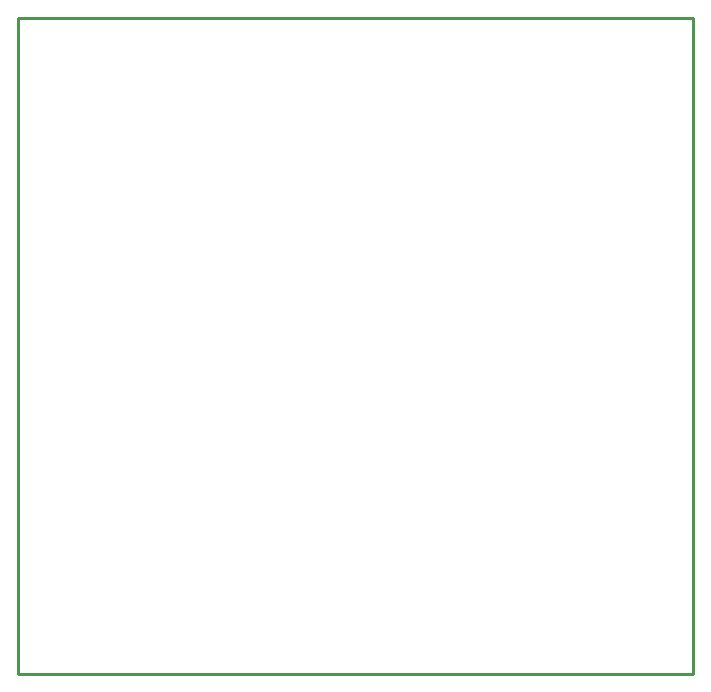
<source format=gbr>
G04 EAGLE Gerber RS-274X export*
G75*
%MOMM*%
%FSLAX34Y34*%
%LPD*%
%IN*%
%IPPOS*%
%AMOC8*
5,1,8,0,0,1.08239X$1,22.5*%
G01*
%ADD10C,0.254000*%


D10*
X0Y0D02*
X571300Y0D01*
X571300Y555500D01*
X0Y555500D01*
X0Y0D01*
M02*

</source>
